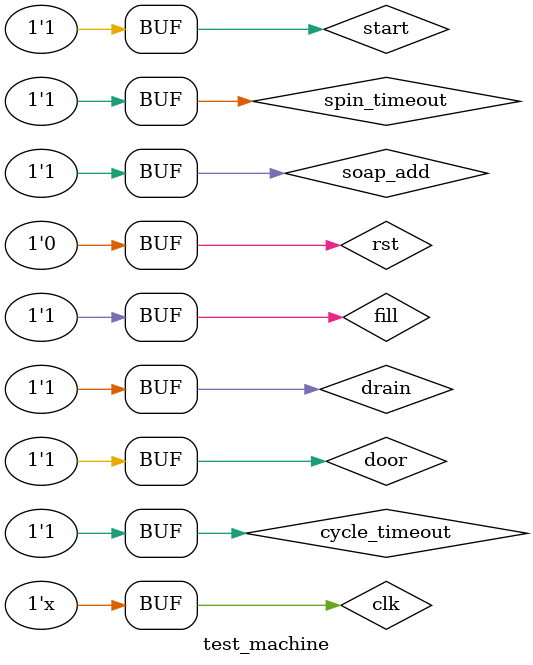
<source format=v>
module test_machine();
  reg clk, rst, start, door, fill, soap_add, cycle_timeout,drain, spin_timeout;
  wire lock,fill_valve,soak,motor,done,drain_valve,wash;
  
  auto_washing uut(clk, rst, start, door, fill, soap_add, cycle_timeout,drain, spin_timeout,lock,fill_valve,soak,motor,done,drain_valve,wash);
  
  initial begin

    clk=0;
    rst = 1;
		start = 0;
		door = 0;
		fill = 0;
		drain = 0;
		soap_add = 0;
		cycle_timeout = 0;
		spin_timeout = 0;
		
		#5 rst=0;
		#5 start=1;door=1;
		#10 fill=1;
		#10 soap_add=1;
		//filled=0;
		#10 cycle_timeout=1;
		//detergent_added=0;
		#10 drain=1;
		//cycle_timeout=0;
		#10 spin_timeout=1;
		//drained=0;
  end
  
  always
    begin
      #5 clk = ~clk;
    end
  
  
  
    initial
	begin
//               $dumpfile("dump.vcd");
//     $dumpvars(1);
      
      $monitor("Time=%d, Clock=%b, Reset=%b, start=%b, door=%b, fill=%b, soap_added=%b, cycle_timeout=%b, drain=%b, spin_timeout=%b, lock=%b, motor=%b, fill_valve=%b, drain_valve=%b, soak=%b, wash=%b, done=%b",$time, clk, rst, start, door, fill, soap_add, cycle_timeout, drain, spin_timeout, lock, motor, fill_valve, drain_valve, soak, wash, done);
	end
endmodule
  

</source>
